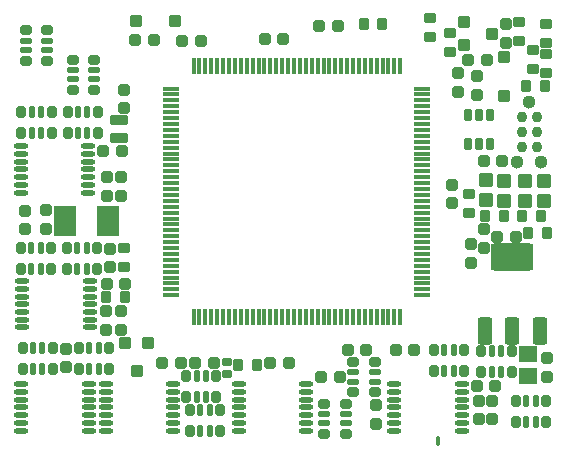
<source format=gts>
G04*
G04 #@! TF.GenerationSoftware,Altium Limited,Altium Designer,20.2.7 (254)*
G04*
G04 Layer_Color=7674933*
%FSLAX25Y25*%
%MOIN*%
G70*
G04*
G04 #@! TF.SameCoordinates,ED3E7EC8-A491-468E-AB69-A03096D74677*
G04*
G04*
G04 #@! TF.FilePolarity,Negative*
G04*
G01*
G75*
G04:AMPARAMS|DCode=43|XSize=29.13mil|YSize=40.95mil|CornerRadius=5.12mil|HoleSize=0mil|Usage=FLASHONLY|Rotation=180.000|XOffset=0mil|YOffset=0mil|HoleType=Round|Shape=RoundedRectangle|*
%AMROUNDEDRECTD43*
21,1,0.02913,0.03071,0,0,180.0*
21,1,0.01890,0.04095,0,0,180.0*
1,1,0.01024,-0.00945,0.01535*
1,1,0.01024,0.00945,0.01535*
1,1,0.01024,0.00945,-0.01535*
1,1,0.01024,-0.00945,-0.01535*
%
%ADD43ROUNDEDRECTD43*%
G04:AMPARAMS|DCode=44|XSize=38.98mil|YSize=38.98mil|CornerRadius=6.1mil|HoleSize=0mil|Usage=FLASHONLY|Rotation=180.000|XOffset=0mil|YOffset=0mil|HoleType=Round|Shape=RoundedRectangle|*
%AMROUNDEDRECTD44*
21,1,0.03898,0.02677,0,0,180.0*
21,1,0.02677,0.03898,0,0,180.0*
1,1,0.01221,-0.01339,0.01339*
1,1,0.01221,0.01339,0.01339*
1,1,0.01221,0.01339,-0.01339*
1,1,0.01221,-0.01339,-0.01339*
%
%ADD44ROUNDEDRECTD44*%
G04:AMPARAMS|DCode=45|XSize=33.07mil|YSize=41.73mil|CornerRadius=5.51mil|HoleSize=0mil|Usage=FLASHONLY|Rotation=270.000|XOffset=0mil|YOffset=0mil|HoleType=Round|Shape=RoundedRectangle|*
%AMROUNDEDRECTD45*
21,1,0.03307,0.03071,0,0,270.0*
21,1,0.02205,0.04173,0,0,270.0*
1,1,0.01102,-0.01535,-0.01102*
1,1,0.01102,-0.01535,0.01102*
1,1,0.01102,0.01535,0.01102*
1,1,0.01102,0.01535,-0.01102*
%
%ADD45ROUNDEDRECTD45*%
%ADD46O,0.05669X0.01417*%
%ADD47O,0.01417X0.05669*%
G04:AMPARAMS|DCode=48|XSize=33.07mil|YSize=29.13mil|CornerRadius=5.12mil|HoleSize=0mil|Usage=FLASHONLY|Rotation=180.000|XOffset=0mil|YOffset=0mil|HoleType=Round|Shape=RoundedRectangle|*
%AMROUNDEDRECTD48*
21,1,0.03307,0.01890,0,0,180.0*
21,1,0.02284,0.02913,0,0,180.0*
1,1,0.01024,-0.01142,0.00945*
1,1,0.01024,0.01142,0.00945*
1,1,0.01024,0.01142,-0.00945*
1,1,0.01024,-0.01142,-0.00945*
%
%ADD48ROUNDEDRECTD48*%
G04:AMPARAMS|DCode=49|XSize=15.35mil|YSize=33.07mil|CornerRadius=7.68mil|HoleSize=0mil|Usage=FLASHONLY|Rotation=180.000|XOffset=0mil|YOffset=0mil|HoleType=Round|Shape=RoundedRectangle|*
%AMROUNDEDRECTD49*
21,1,0.01535,0.01772,0,0,180.0*
21,1,0.00000,0.03307,0,0,180.0*
1,1,0.01535,0.00000,0.00886*
1,1,0.01535,0.00000,0.00886*
1,1,0.01535,0.00000,-0.00886*
1,1,0.01535,0.00000,-0.00886*
%
%ADD49ROUNDEDRECTD49*%
G04:AMPARAMS|DCode=50|XSize=143.31mil|YSize=90.16mil|CornerRadius=11.22mil|HoleSize=0mil|Usage=FLASHONLY|Rotation=0.000|XOffset=0mil|YOffset=0mil|HoleType=Round|Shape=RoundedRectangle|*
%AMROUNDEDRECTD50*
21,1,0.14331,0.06772,0,0,0.0*
21,1,0.12087,0.09016,0,0,0.0*
1,1,0.02244,0.06043,-0.03386*
1,1,0.02244,-0.06043,-0.03386*
1,1,0.02244,-0.06043,0.03386*
1,1,0.02244,0.06043,0.03386*
%
%ADD50ROUNDEDRECTD50*%
G04:AMPARAMS|DCode=51|XSize=48.82mil|YSize=90.16mil|CornerRadius=7.09mil|HoleSize=0mil|Usage=FLASHONLY|Rotation=0.000|XOffset=0mil|YOffset=0mil|HoleType=Round|Shape=RoundedRectangle|*
%AMROUNDEDRECTD51*
21,1,0.04882,0.07598,0,0,0.0*
21,1,0.03465,0.09016,0,0,0.0*
1,1,0.01417,0.01732,-0.03799*
1,1,0.01417,-0.01732,-0.03799*
1,1,0.01417,-0.01732,0.03799*
1,1,0.01417,0.01732,0.03799*
%
%ADD51ROUNDEDRECTD51*%
G04:AMPARAMS|DCode=52|XSize=48.82mil|YSize=90.16mil|CornerRadius=7.09mil|HoleSize=0mil|Usage=FLASHONLY|Rotation=0.000|XOffset=0mil|YOffset=0mil|HoleType=Round|Shape=RoundedRectangle|*
%AMROUNDEDRECTD52*
21,1,0.04882,0.07599,0,0,0.0*
21,1,0.03465,0.09016,0,0,0.0*
1,1,0.01417,0.01732,-0.03799*
1,1,0.01417,-0.01732,-0.03799*
1,1,0.01417,-0.01732,0.03799*
1,1,0.01417,0.01732,0.03799*
%
%ADD52ROUNDEDRECTD52*%
%ADD53O,0.04882X0.01732*%
G04:AMPARAMS|DCode=54|XSize=38.98mil|YSize=38.98mil|CornerRadius=6.1mil|HoleSize=0mil|Usage=FLASHONLY|Rotation=270.000|XOffset=0mil|YOffset=0mil|HoleType=Round|Shape=RoundedRectangle|*
%AMROUNDEDRECTD54*
21,1,0.03898,0.02677,0,0,270.0*
21,1,0.02677,0.03898,0,0,270.0*
1,1,0.01221,-0.01339,-0.01339*
1,1,0.01221,-0.01339,0.01339*
1,1,0.01221,0.01339,0.01339*
1,1,0.01221,0.01339,-0.01339*
%
%ADD54ROUNDEDRECTD54*%
G04:AMPARAMS|DCode=55|XSize=44.88mil|YSize=48.82mil|CornerRadius=6.69mil|HoleSize=0mil|Usage=FLASHONLY|Rotation=270.000|XOffset=0mil|YOffset=0mil|HoleType=Round|Shape=RoundedRectangle|*
%AMROUNDEDRECTD55*
21,1,0.04488,0.03543,0,0,270.0*
21,1,0.03150,0.04882,0,0,270.0*
1,1,0.01339,-0.01772,-0.01575*
1,1,0.01339,-0.01772,0.01575*
1,1,0.01339,0.01772,0.01575*
1,1,0.01339,0.01772,-0.01575*
%
%ADD55ROUNDEDRECTD55*%
%ADD56R,0.06457X0.05669*%
G04:AMPARAMS|DCode=57|XSize=33.07mil|YSize=41.73mil|CornerRadius=5.51mil|HoleSize=0mil|Usage=FLASHONLY|Rotation=180.000|XOffset=0mil|YOffset=0mil|HoleType=Round|Shape=RoundedRectangle|*
%AMROUNDEDRECTD57*
21,1,0.03307,0.03071,0,0,180.0*
21,1,0.02205,0.04173,0,0,180.0*
1,1,0.01102,-0.01102,0.01535*
1,1,0.01102,0.01102,0.01535*
1,1,0.01102,0.01102,-0.01535*
1,1,0.01102,-0.01102,-0.01535*
%
%ADD57ROUNDEDRECTD57*%
G04:AMPARAMS|DCode=58|XSize=40.95mil|YSize=42.91mil|CornerRadius=6.3mil|HoleSize=0mil|Usage=FLASHONLY|Rotation=270.000|XOffset=0mil|YOffset=0mil|HoleType=Round|Shape=RoundedRectangle|*
%AMROUNDEDRECTD58*
21,1,0.04095,0.03032,0,0,270.0*
21,1,0.02835,0.04291,0,0,270.0*
1,1,0.01260,-0.01516,-0.01417*
1,1,0.01260,-0.01516,0.01417*
1,1,0.01260,0.01516,0.01417*
1,1,0.01260,0.01516,-0.01417*
%
%ADD58ROUNDEDRECTD58*%
G04:AMPARAMS|DCode=59|XSize=40.95mil|YSize=42.91mil|CornerRadius=6.3mil|HoleSize=0mil|Usage=FLASHONLY|Rotation=270.000|XOffset=0mil|YOffset=0mil|HoleType=Round|Shape=RoundedRectangle|*
%AMROUNDEDRECTD59*
21,1,0.04095,0.03032,0,0,270.0*
21,1,0.02835,0.04291,0,0,270.0*
1,1,0.01260,-0.01516,-0.01417*
1,1,0.01260,-0.01516,0.01417*
1,1,0.01260,0.01516,0.01417*
1,1,0.01260,0.01516,-0.01417*
%
%ADD59ROUNDEDRECTD59*%
%ADD60R,0.07244X0.10000*%
G04:AMPARAMS|DCode=61|XSize=31.1mil|YSize=37.01mil|CornerRadius=5.32mil|HoleSize=0mil|Usage=FLASHONLY|Rotation=0.000|XOffset=0mil|YOffset=0mil|HoleType=Round|Shape=RoundedRectangle|*
%AMROUNDEDRECTD61*
21,1,0.03110,0.02638,0,0,0.0*
21,1,0.02047,0.03701,0,0,0.0*
1,1,0.01063,0.01024,-0.01319*
1,1,0.01063,-0.01024,-0.01319*
1,1,0.01063,-0.01024,0.01319*
1,1,0.01063,0.01024,0.01319*
%
%ADD61ROUNDEDRECTD61*%
G04:AMPARAMS|DCode=62|XSize=23.23mil|YSize=37.01mil|CornerRadius=4.53mil|HoleSize=0mil|Usage=FLASHONLY|Rotation=0.000|XOffset=0mil|YOffset=0mil|HoleType=Round|Shape=RoundedRectangle|*
%AMROUNDEDRECTD62*
21,1,0.02323,0.02795,0,0,0.0*
21,1,0.01417,0.03701,0,0,0.0*
1,1,0.00906,0.00709,-0.01398*
1,1,0.00906,-0.00709,-0.01398*
1,1,0.00906,-0.00709,0.01398*
1,1,0.00906,0.00709,0.01398*
%
%ADD62ROUNDEDRECTD62*%
G04:AMPARAMS|DCode=63|XSize=41.34mil|YSize=38.98mil|CornerRadius=6.1mil|HoleSize=0mil|Usage=FLASHONLY|Rotation=270.000|XOffset=0mil|YOffset=0mil|HoleType=Round|Shape=RoundedRectangle|*
%AMROUNDEDRECTD63*
21,1,0.04134,0.02677,0,0,270.0*
21,1,0.02913,0.03898,0,0,270.0*
1,1,0.01221,-0.01339,-0.01457*
1,1,0.01221,-0.01339,0.01457*
1,1,0.01221,0.01339,0.01457*
1,1,0.01221,0.01339,-0.01457*
%
%ADD63ROUNDEDRECTD63*%
G04:AMPARAMS|DCode=64|XSize=40.95mil|YSize=42.91mil|CornerRadius=6.3mil|HoleSize=0mil|Usage=FLASHONLY|Rotation=180.000|XOffset=0mil|YOffset=0mil|HoleType=Round|Shape=RoundedRectangle|*
%AMROUNDEDRECTD64*
21,1,0.04095,0.03032,0,0,180.0*
21,1,0.02835,0.04291,0,0,180.0*
1,1,0.01260,-0.01417,0.01516*
1,1,0.01260,0.01417,0.01516*
1,1,0.01260,0.01417,-0.01516*
1,1,0.01260,-0.01417,-0.01516*
%
%ADD64ROUNDEDRECTD64*%
G04:AMPARAMS|DCode=65|XSize=40.95mil|YSize=42.91mil|CornerRadius=6.3mil|HoleSize=0mil|Usage=FLASHONLY|Rotation=180.000|XOffset=0mil|YOffset=0mil|HoleType=Round|Shape=RoundedRectangle|*
%AMROUNDEDRECTD65*
21,1,0.04095,0.03032,0,0,180.0*
21,1,0.02835,0.04291,0,0,180.0*
1,1,0.01260,-0.01417,0.01516*
1,1,0.01260,0.01417,0.01516*
1,1,0.01260,0.01417,-0.01516*
1,1,0.01260,-0.01417,-0.01516*
%
%ADD65ROUNDEDRECTD65*%
G04:AMPARAMS|DCode=66|XSize=31.1mil|YSize=37.01mil|CornerRadius=5.32mil|HoleSize=0mil|Usage=FLASHONLY|Rotation=270.000|XOffset=0mil|YOffset=0mil|HoleType=Round|Shape=RoundedRectangle|*
%AMROUNDEDRECTD66*
21,1,0.03110,0.02638,0,0,270.0*
21,1,0.02047,0.03701,0,0,270.0*
1,1,0.01063,-0.01319,-0.01024*
1,1,0.01063,-0.01319,0.01024*
1,1,0.01063,0.01319,0.01024*
1,1,0.01063,0.01319,-0.01024*
%
%ADD66ROUNDEDRECTD66*%
G04:AMPARAMS|DCode=67|XSize=23.23mil|YSize=37.01mil|CornerRadius=4.53mil|HoleSize=0mil|Usage=FLASHONLY|Rotation=270.000|XOffset=0mil|YOffset=0mil|HoleType=Round|Shape=RoundedRectangle|*
%AMROUNDEDRECTD67*
21,1,0.02323,0.02795,0,0,270.0*
21,1,0.01417,0.03701,0,0,270.0*
1,1,0.00906,-0.01398,-0.00709*
1,1,0.00906,-0.01398,0.00709*
1,1,0.00906,0.01398,0.00709*
1,1,0.00906,0.01398,-0.00709*
%
%ADD67ROUNDEDRECTD67*%
%ADD68C,0.03651*%
G04:AMPARAMS|DCode=69|XSize=33.07mil|YSize=60.63mil|CornerRadius=5.51mil|HoleSize=0mil|Usage=FLASHONLY|Rotation=270.000|XOffset=0mil|YOffset=0mil|HoleType=Round|Shape=RoundedRectangle|*
%AMROUNDEDRECTD69*
21,1,0.03307,0.04961,0,0,270.0*
21,1,0.02205,0.06063,0,0,270.0*
1,1,0.01102,-0.02480,-0.01102*
1,1,0.01102,-0.02480,0.01102*
1,1,0.01102,0.02480,0.01102*
1,1,0.01102,0.02480,-0.01102*
%
%ADD69ROUNDEDRECTD69*%
G04:AMPARAMS|DCode=70|XSize=41.34mil|YSize=38.98mil|CornerRadius=6.1mil|HoleSize=0mil|Usage=FLASHONLY|Rotation=180.000|XOffset=0mil|YOffset=0mil|HoleType=Round|Shape=RoundedRectangle|*
%AMROUNDEDRECTD70*
21,1,0.04134,0.02677,0,0,180.0*
21,1,0.02913,0.03898,0,0,180.0*
1,1,0.01221,-0.01457,0.01339*
1,1,0.01221,0.01457,0.01339*
1,1,0.01221,0.01457,-0.01339*
1,1,0.01221,-0.01457,-0.01339*
%
%ADD70ROUNDEDRECTD70*%
%ADD71C,0.04451*%
D43*
X160531Y100984D02*
D03*
X156791D02*
D03*
X153051D02*
D03*
Y110433D02*
D03*
X156791D02*
D03*
X160531D02*
D03*
D44*
X87244Y27756D02*
D03*
X93465D02*
D03*
X162165Y20079D02*
D03*
X155945D02*
D03*
X159409Y128740D02*
D03*
X153189D02*
D03*
X168957Y69882D02*
D03*
X162736D02*
D03*
X68386Y27854D02*
D03*
X62165D02*
D03*
X135197Y32185D02*
D03*
X128976D02*
D03*
X48287Y135433D02*
D03*
X42067D02*
D03*
X164527Y95177D02*
D03*
X158307D02*
D03*
X57441Y27756D02*
D03*
X51220D02*
D03*
X110394Y23031D02*
D03*
X104173D02*
D03*
X57717Y135039D02*
D03*
X63937D02*
D03*
X91496Y135827D02*
D03*
X85276D02*
D03*
X109705Y140256D02*
D03*
X103484D02*
D03*
X113031Y32087D02*
D03*
X119252D02*
D03*
X31437Y98523D02*
D03*
X37657D02*
D03*
X38839Y54232D02*
D03*
X32618D02*
D03*
D45*
X153543Y77756D02*
D03*
Y84055D02*
D03*
X147146Y137894D02*
D03*
Y131594D02*
D03*
X140525Y136614D02*
D03*
Y142913D02*
D03*
X170177Y135236D02*
D03*
Y141535D02*
D03*
X179232Y124409D02*
D03*
Y130709D02*
D03*
X179232Y134547D02*
D03*
Y140846D02*
D03*
X174606Y125984D02*
D03*
Y132283D02*
D03*
X38583Y66043D02*
D03*
Y59744D02*
D03*
D46*
X54232Y119291D02*
D03*
Y117323D02*
D03*
Y115354D02*
D03*
Y113386D02*
D03*
Y111417D02*
D03*
Y109449D02*
D03*
Y107480D02*
D03*
Y105512D02*
D03*
Y103543D02*
D03*
Y101575D02*
D03*
Y99606D02*
D03*
Y97638D02*
D03*
Y95669D02*
D03*
Y93701D02*
D03*
Y91732D02*
D03*
Y89764D02*
D03*
Y87795D02*
D03*
Y85827D02*
D03*
Y83858D02*
D03*
Y81890D02*
D03*
Y79921D02*
D03*
Y77953D02*
D03*
Y75984D02*
D03*
Y74016D02*
D03*
Y72047D02*
D03*
Y70079D02*
D03*
Y68110D02*
D03*
Y66142D02*
D03*
Y64173D02*
D03*
Y62205D02*
D03*
Y60236D02*
D03*
Y58268D02*
D03*
Y56299D02*
D03*
Y54331D02*
D03*
Y52362D02*
D03*
Y50394D02*
D03*
X137894D02*
D03*
Y52362D02*
D03*
Y54331D02*
D03*
Y56299D02*
D03*
Y58268D02*
D03*
Y60236D02*
D03*
Y62205D02*
D03*
Y64173D02*
D03*
Y66142D02*
D03*
Y68110D02*
D03*
Y70079D02*
D03*
Y72047D02*
D03*
Y74016D02*
D03*
Y75984D02*
D03*
Y77953D02*
D03*
Y79921D02*
D03*
Y81890D02*
D03*
Y83858D02*
D03*
Y85827D02*
D03*
Y87795D02*
D03*
Y89764D02*
D03*
Y91732D02*
D03*
Y93701D02*
D03*
Y95669D02*
D03*
Y97638D02*
D03*
Y99606D02*
D03*
Y101575D02*
D03*
Y103543D02*
D03*
Y105512D02*
D03*
Y107480D02*
D03*
Y109449D02*
D03*
Y111417D02*
D03*
Y113386D02*
D03*
Y115354D02*
D03*
Y117323D02*
D03*
Y119291D02*
D03*
D47*
X61614Y43012D02*
D03*
X63583D02*
D03*
X65551D02*
D03*
X67520D02*
D03*
X69488D02*
D03*
X71457D02*
D03*
X73425D02*
D03*
X75394D02*
D03*
X77362D02*
D03*
X79331D02*
D03*
X81299D02*
D03*
X83268D02*
D03*
X85236D02*
D03*
X87205D02*
D03*
X89173D02*
D03*
X91142D02*
D03*
X93110D02*
D03*
X95079D02*
D03*
X97047D02*
D03*
X99016D02*
D03*
X100984D02*
D03*
X102953D02*
D03*
X104921D02*
D03*
X106890D02*
D03*
X108858D02*
D03*
X110827D02*
D03*
X112795D02*
D03*
X114764D02*
D03*
X116732D02*
D03*
X118701D02*
D03*
X120669D02*
D03*
X122638D02*
D03*
X124606D02*
D03*
X126575D02*
D03*
X128543D02*
D03*
X130512D02*
D03*
Y126673D02*
D03*
X128543D02*
D03*
X126575D02*
D03*
X124606D02*
D03*
X122638D02*
D03*
X120669D02*
D03*
X118701D02*
D03*
X116732D02*
D03*
X114764D02*
D03*
X112795D02*
D03*
X110827D02*
D03*
X108858D02*
D03*
X106890D02*
D03*
X104921D02*
D03*
X102953D02*
D03*
X100984D02*
D03*
X99016D02*
D03*
X97047D02*
D03*
X95079D02*
D03*
X93110D02*
D03*
X91142D02*
D03*
X89173D02*
D03*
X87205D02*
D03*
X85236D02*
D03*
X83268D02*
D03*
X81299D02*
D03*
X79331D02*
D03*
X77362D02*
D03*
X75394D02*
D03*
X73425D02*
D03*
X71457D02*
D03*
X69488D02*
D03*
X67520D02*
D03*
X65551D02*
D03*
X63583D02*
D03*
X61614D02*
D03*
D48*
X72835Y24213D02*
D03*
Y28150D02*
D03*
D49*
X142933Y1772D02*
D03*
D50*
X167913Y62992D02*
D03*
D51*
X176969Y38583D02*
D03*
X158858D02*
D03*
D52*
X167913D02*
D03*
D53*
X150984Y5315D02*
D03*
Y7874D02*
D03*
Y10433D02*
D03*
Y12992D02*
D03*
Y15551D02*
D03*
Y18110D02*
D03*
Y20669D02*
D03*
X128543Y5315D02*
D03*
Y7874D02*
D03*
Y10433D02*
D03*
Y12992D02*
D03*
Y15551D02*
D03*
Y18110D02*
D03*
Y20669D02*
D03*
X26969Y39665D02*
D03*
Y42224D02*
D03*
Y44783D02*
D03*
Y47343D02*
D03*
Y49902D02*
D03*
Y52461D02*
D03*
Y55020D02*
D03*
X4527Y39665D02*
D03*
Y42224D02*
D03*
Y44783D02*
D03*
Y47343D02*
D03*
Y49902D02*
D03*
Y52461D02*
D03*
Y55020D02*
D03*
X26476Y84646D02*
D03*
Y87205D02*
D03*
Y89764D02*
D03*
Y92323D02*
D03*
Y94882D02*
D03*
Y97441D02*
D03*
Y100000D02*
D03*
X4035Y84646D02*
D03*
Y87205D02*
D03*
Y89764D02*
D03*
Y92323D02*
D03*
Y94882D02*
D03*
Y97441D02*
D03*
Y100000D02*
D03*
X32284Y20669D02*
D03*
Y18110D02*
D03*
Y15551D02*
D03*
Y12992D02*
D03*
Y10433D02*
D03*
Y7874D02*
D03*
Y5315D02*
D03*
X54724Y20669D02*
D03*
Y18110D02*
D03*
Y15551D02*
D03*
Y12992D02*
D03*
Y10433D02*
D03*
Y7874D02*
D03*
Y5315D02*
D03*
X76673Y20669D02*
D03*
Y18110D02*
D03*
Y15551D02*
D03*
Y12992D02*
D03*
Y10433D02*
D03*
Y7874D02*
D03*
Y5315D02*
D03*
X99114Y20669D02*
D03*
Y18110D02*
D03*
Y15551D02*
D03*
Y12992D02*
D03*
Y10433D02*
D03*
Y7874D02*
D03*
Y5315D02*
D03*
X26673D02*
D03*
Y7874D02*
D03*
Y10433D02*
D03*
Y12992D02*
D03*
Y15551D02*
D03*
Y18110D02*
D03*
Y20669D02*
D03*
X4232Y5315D02*
D03*
Y7874D02*
D03*
Y10433D02*
D03*
Y12992D02*
D03*
Y15551D02*
D03*
Y18110D02*
D03*
Y20669D02*
D03*
D54*
X165650Y134488D02*
D03*
Y140709D02*
D03*
X179429Y29488D02*
D03*
Y23268D02*
D03*
X149606Y124468D02*
D03*
Y118248D02*
D03*
X37303Y89823D02*
D03*
Y83602D02*
D03*
X156201Y123386D02*
D03*
Y117165D02*
D03*
X122343Y13740D02*
D03*
Y7520D02*
D03*
X156791Y15217D02*
D03*
Y8996D02*
D03*
X161221Y8996D02*
D03*
Y15216D02*
D03*
X12500Y72480D02*
D03*
Y78701D02*
D03*
X32776Y89823D02*
D03*
Y83602D02*
D03*
X37402Y45138D02*
D03*
Y38917D02*
D03*
X158366Y66181D02*
D03*
Y72402D02*
D03*
X32579Y45039D02*
D03*
Y38819D02*
D03*
X18996Y32638D02*
D03*
Y26417D02*
D03*
X5413Y78602D02*
D03*
Y72382D02*
D03*
X147638Y87264D02*
D03*
Y81043D02*
D03*
X154035Y61162D02*
D03*
Y67382D02*
D03*
X33760Y65905D02*
D03*
Y59685D02*
D03*
X38484Y112736D02*
D03*
Y118957D02*
D03*
D55*
X178445Y81693D02*
D03*
Y88386D02*
D03*
X164961Y88484D02*
D03*
Y81791D02*
D03*
X172146Y81693D02*
D03*
Y88386D02*
D03*
X159232Y88681D02*
D03*
Y81988D02*
D03*
D56*
X173228Y30807D02*
D03*
Y23327D02*
D03*
D57*
X82874Y27264D02*
D03*
X76575D02*
D03*
X165157Y76968D02*
D03*
X158858D02*
D03*
X118259Y140657D02*
D03*
X124559D02*
D03*
X171063Y76772D02*
D03*
X177362D02*
D03*
X173032Y71260D02*
D03*
X179331D02*
D03*
X38878Y49705D02*
D03*
X32579D02*
D03*
X178642Y120177D02*
D03*
X172343D02*
D03*
D58*
X151850Y141339D02*
D03*
X161102Y137599D02*
D03*
D59*
X151850Y133858D02*
D03*
D60*
X33169Y75099D02*
D03*
X18602D02*
D03*
D61*
X168996Y8169D02*
D03*
Y15256D02*
D03*
X179035D02*
D03*
Y8169D02*
D03*
X167618Y24705D02*
D03*
Y31791D02*
D03*
X157579D02*
D03*
Y24705D02*
D03*
X19390Y59153D02*
D03*
Y66240D02*
D03*
X29429D02*
D03*
Y59153D02*
D03*
X14173Y59154D02*
D03*
Y66240D02*
D03*
X4134D02*
D03*
Y59154D02*
D03*
X23327Y25787D02*
D03*
Y32874D02*
D03*
X33366D02*
D03*
Y25787D02*
D03*
X14665D02*
D03*
Y32874D02*
D03*
X4626D02*
D03*
Y25787D02*
D03*
X19587Y104331D02*
D03*
Y111417D02*
D03*
X29626D02*
D03*
Y104331D02*
D03*
X151772Y25000D02*
D03*
Y32087D02*
D03*
X141732D02*
D03*
Y25000D02*
D03*
X4232Y104331D02*
D03*
Y111417D02*
D03*
X14272D02*
D03*
Y104331D02*
D03*
X59153Y23524D02*
D03*
Y16437D02*
D03*
X69193D02*
D03*
Y23524D02*
D03*
X70374Y5217D02*
D03*
Y12303D02*
D03*
X60335D02*
D03*
Y5217D02*
D03*
D62*
X172441Y8169D02*
D03*
X175591D02*
D03*
Y15256D02*
D03*
X172441D02*
D03*
X161024Y31791D02*
D03*
X164173D02*
D03*
Y24705D02*
D03*
X161024D02*
D03*
X22835Y59153D02*
D03*
X25984D02*
D03*
Y66240D02*
D03*
X22835D02*
D03*
X7579Y66240D02*
D03*
X10728D02*
D03*
Y59154D02*
D03*
X7579D02*
D03*
X26772Y25787D02*
D03*
X29921D02*
D03*
Y32874D02*
D03*
X26772D02*
D03*
X8071D02*
D03*
X11221D02*
D03*
Y25787D02*
D03*
X8071D02*
D03*
X23032Y104331D02*
D03*
X26181D02*
D03*
Y111417D02*
D03*
X23032D02*
D03*
X145177Y32087D02*
D03*
X148327D02*
D03*
Y25000D02*
D03*
X145177D02*
D03*
X7677Y104331D02*
D03*
X10827D02*
D03*
Y111417D02*
D03*
X7677D02*
D03*
X65748Y16437D02*
D03*
X62598D02*
D03*
Y23524D02*
D03*
X65748D02*
D03*
X63780Y12303D02*
D03*
X66929D02*
D03*
Y5217D02*
D03*
X63780D02*
D03*
D63*
X165157Y129921D02*
D03*
Y116929D02*
D03*
D64*
X42618Y25079D02*
D03*
X46358Y34331D02*
D03*
D65*
X38878D02*
D03*
D66*
X105217Y4232D02*
D03*
X112303D02*
D03*
Y14272D02*
D03*
X105217D02*
D03*
X114862Y18110D02*
D03*
X121949D02*
D03*
Y28150D02*
D03*
X114862D02*
D03*
X28504Y118877D02*
D03*
X21417D02*
D03*
Y128917D02*
D03*
X28504D02*
D03*
X12894Y128642D02*
D03*
X5807D02*
D03*
Y138681D02*
D03*
X12894D02*
D03*
D67*
X112303Y10827D02*
D03*
Y7677D02*
D03*
X105217D02*
D03*
Y10827D02*
D03*
X121949Y24705D02*
D03*
Y21555D02*
D03*
X114862D02*
D03*
Y24705D02*
D03*
X28504Y122322D02*
D03*
Y125472D02*
D03*
X21417D02*
D03*
Y122322D02*
D03*
X12894Y132087D02*
D03*
Y135236D02*
D03*
X5807D02*
D03*
Y132087D02*
D03*
D68*
X170925Y109921D02*
D03*
X175925D02*
D03*
X170925Y104921D02*
D03*
X175925D02*
D03*
X170925Y99921D02*
D03*
X175925D02*
D03*
D69*
X36614Y102756D02*
D03*
Y108661D02*
D03*
D70*
X42323Y141831D02*
D03*
X55315D02*
D03*
D71*
X173425Y114921D02*
D03*
X177425Y94921D02*
D03*
X169425D02*
D03*
M02*

</source>
